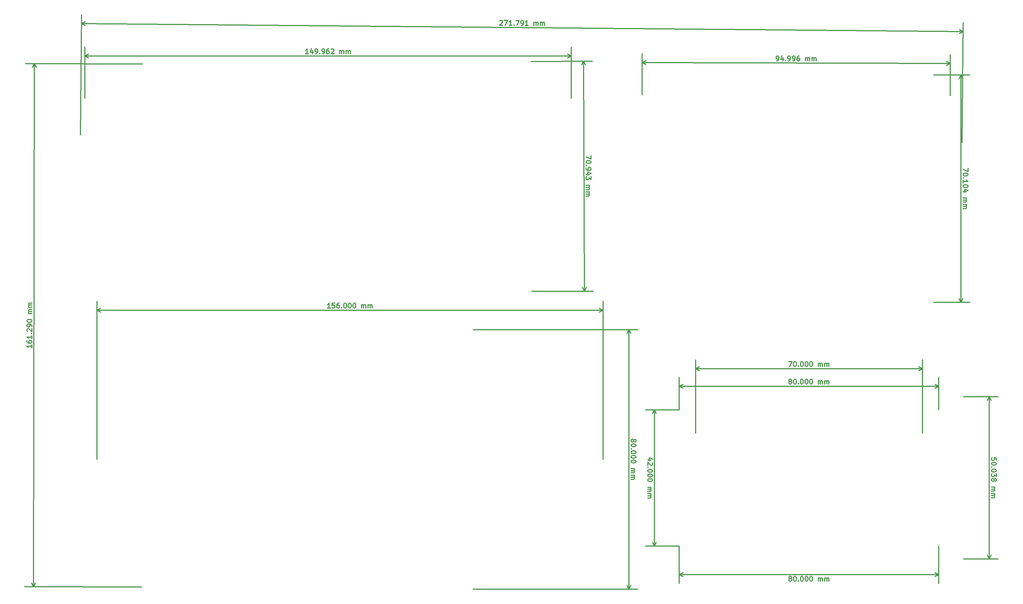
<source format=gbr>
G04 #@! TF.FileFunction,Drawing*
%FSLAX46Y46*%
G04 Gerber Fmt 4.6, Leading zero omitted, Abs format (unit mm)*
G04 Created by KiCad (PCBNEW 4.0.6) date 2017 August 07, Monday 22:44:53*
%MOMM*%
%LPD*%
G01*
G04 APERTURE LIST*
%ADD10C,0.100000*%
%ADD11C,0.300000*%
G04 APERTURE END LIST*
D10*
D11*
X1474493Y-106093956D02*
X1473143Y-106951098D01*
X1473818Y-106522527D02*
X-26180Y-106520164D01*
X187881Y-106663359D01*
X330512Y-106806441D01*
X401716Y-106949411D01*
X-23481Y-104805881D02*
X-23930Y-105091595D01*
X47273Y-105234564D01*
X118590Y-105306106D01*
X332650Y-105449300D01*
X618252Y-105521179D01*
X1189679Y-105522079D01*
X1332648Y-105450875D01*
X1404190Y-105379559D01*
X1475843Y-105236814D01*
X1476293Y-104951101D01*
X1405090Y-104808131D01*
X1333773Y-104736590D01*
X1191029Y-104664937D01*
X833886Y-104664374D01*
X690917Y-104735577D01*
X619377Y-104806894D01*
X547723Y-104949638D01*
X547273Y-105235352D01*
X618477Y-105378322D01*
X689792Y-105449863D01*
X832537Y-105521516D01*
X1478992Y-103236818D02*
X1477642Y-104093960D01*
X1478317Y-103665388D02*
X-21681Y-103663026D01*
X192380Y-103806220D01*
X335012Y-103949303D01*
X406216Y-104092272D01*
X1337148Y-102593736D02*
X1408689Y-102522421D01*
X1480005Y-102593961D01*
X1408464Y-102665278D01*
X1337148Y-102593736D01*
X1480005Y-102593961D01*
X123877Y-101948968D02*
X52560Y-101877427D01*
X-18644Y-101734457D01*
X-18081Y-101377315D01*
X53573Y-101234570D01*
X125114Y-101163254D01*
X268083Y-101092051D01*
X410940Y-101092276D01*
X625113Y-101164041D01*
X1480905Y-102022533D01*
X1482367Y-101093963D01*
X1483492Y-100379679D02*
X1483942Y-100093965D01*
X1412739Y-99950995D01*
X1341422Y-99879455D01*
X1127363Y-99736260D01*
X841760Y-99664382D01*
X270333Y-99663482D01*
X127364Y-99734685D01*
X55822Y-99806001D01*
X-15831Y-99948746D01*
X-16281Y-100234459D01*
X54923Y-100377429D01*
X126239Y-100448970D01*
X268983Y-100520624D01*
X626126Y-100521186D01*
X769095Y-100449982D01*
X840636Y-100378667D01*
X912289Y-100235921D01*
X912739Y-99950208D01*
X841535Y-99807239D01*
X770220Y-99735697D01*
X627476Y-99664044D01*
X-13919Y-98734462D02*
X-13694Y-98591605D01*
X57960Y-98448861D01*
X129501Y-98377544D01*
X272470Y-98306340D01*
X558296Y-98235363D01*
X915439Y-98235925D01*
X1201040Y-98307803D01*
X1343785Y-98379457D01*
X1415101Y-98450998D01*
X1486304Y-98593967D01*
X1486079Y-98736824D01*
X1414426Y-98879569D01*
X1342885Y-98950885D01*
X1199915Y-99022088D01*
X914089Y-99093067D01*
X556947Y-99092504D01*
X271345Y-99020626D01*
X128601Y-98948973D01*
X57285Y-98877431D01*
X-13919Y-98734462D01*
X1489678Y-96451113D02*
X489680Y-96449538D01*
X632538Y-96449763D02*
X561221Y-96378223D01*
X490017Y-96235253D01*
X490355Y-96020968D01*
X562008Y-95878223D01*
X704978Y-95807019D01*
X1490691Y-95808257D01*
X704978Y-95807019D02*
X562233Y-95735366D01*
X491030Y-95592396D01*
X491367Y-95378112D01*
X563021Y-95235366D01*
X705990Y-95164163D01*
X1491703Y-95165401D01*
X1492828Y-94451116D02*
X492829Y-94449541D01*
X635687Y-94449766D02*
X564371Y-94378225D01*
X493167Y-94235255D01*
X493504Y-94020970D01*
X565158Y-93878226D01*
X708127Y-93807022D01*
X1493840Y-93808259D01*
X708127Y-93807022D02*
X565383Y-93735368D01*
X494179Y-93592399D01*
X494517Y-93378114D01*
X566170Y-93235369D01*
X709140Y-93164166D01*
X1494853Y-93165403D01*
X2282483Y-19378594D02*
X2028483Y-180668594D01*
X35560000Y-19431000D02*
X-417514Y-19374342D01*
X35306000Y-180721000D02*
X-671514Y-180664342D01*
X2028483Y-180668594D02*
X1443837Y-179541168D01*
X2028483Y-180668594D02*
X2616677Y-179543015D01*
X2282483Y-19378594D02*
X1694289Y-20504173D01*
X2282483Y-19378594D02*
X2867129Y-20506020D01*
X145793793Y-6142534D02*
X145865853Y-6071742D01*
X146009338Y-6001584D01*
X146366467Y-6004755D01*
X146508685Y-6077449D01*
X146579477Y-6149510D01*
X146649633Y-6292995D01*
X146648365Y-6435846D01*
X146575037Y-6649490D01*
X145710318Y-7498988D01*
X146638853Y-7507232D01*
X147152150Y-6011730D02*
X148152111Y-6020609D01*
X147495962Y-7514842D01*
X149495882Y-7532598D02*
X148638773Y-7524988D01*
X149067328Y-7528793D02*
X149080645Y-6028853D01*
X148935892Y-6241862D01*
X148791771Y-6383445D01*
X148648285Y-6453603D01*
X150139982Y-7395454D02*
X150210773Y-7467515D01*
X150138714Y-7538306D01*
X150067922Y-7466246D01*
X150139982Y-7395454D01*
X150138714Y-7538306D01*
X150723438Y-6043438D02*
X151723398Y-6052316D01*
X151067249Y-7546550D01*
X152352912Y-7557964D02*
X152638615Y-7560501D01*
X152782101Y-7490344D01*
X152854160Y-7419552D01*
X152998915Y-7206544D01*
X153072877Y-6921474D01*
X153077950Y-6350069D01*
X153007793Y-6206583D01*
X152937001Y-6134523D01*
X152794784Y-6061829D01*
X152509081Y-6059292D01*
X152365595Y-6129450D01*
X152293535Y-6200242D01*
X152220841Y-6342459D01*
X152217670Y-6699588D01*
X152287828Y-6843073D01*
X152358619Y-6915133D01*
X152500837Y-6987827D01*
X152786540Y-6990364D01*
X152930025Y-6920206D01*
X153002086Y-6849415D01*
X153074779Y-6707198D01*
X154495684Y-7576989D02*
X153638575Y-7569379D01*
X154067130Y-7573184D02*
X154080447Y-6073243D01*
X153935693Y-6286253D01*
X153791573Y-6427836D01*
X153648087Y-6497993D01*
X156281328Y-7592843D02*
X156290206Y-6592882D01*
X156288938Y-6735735D02*
X156360997Y-6664943D01*
X156504483Y-6594785D01*
X156718760Y-6596687D01*
X156860977Y-6669382D01*
X156931135Y-6812867D01*
X156924159Y-7598550D01*
X156931135Y-6812867D02*
X157003830Y-6670650D01*
X157147315Y-6600492D01*
X157361592Y-6602395D01*
X157503810Y-6675089D01*
X157573967Y-6818575D01*
X157566991Y-7604258D01*
X158281249Y-7610599D02*
X158290127Y-6610639D01*
X158288859Y-6753491D02*
X158360918Y-6682699D01*
X158504405Y-6612541D01*
X158718681Y-6614444D01*
X158860898Y-6687138D01*
X158931056Y-6830624D01*
X158924081Y-7616307D01*
X158931056Y-6830624D02*
X159003751Y-6688406D01*
X159147236Y-6618249D01*
X159361513Y-6620151D01*
X159503731Y-6692845D01*
X159573888Y-6836331D01*
X159566912Y-7622014D01*
X16814080Y-7026038D02*
X288594080Y-9439038D01*
X16510000Y-41275000D02*
X16838051Y-4326144D01*
X288290000Y-43688000D02*
X288618051Y-6739144D01*
X288594080Y-9439038D02*
X287462414Y-10015434D01*
X288594080Y-9439038D02*
X287472827Y-8842639D01*
X16814080Y-7026038D02*
X17935333Y-7622437D01*
X16814080Y-7026038D02*
X17945746Y-6449642D01*
X173832487Y-47763577D02*
X173836067Y-48763571D01*
X172333775Y-48126089D01*
X173839136Y-49620707D02*
X173839647Y-49763563D01*
X173768730Y-49906675D01*
X173697557Y-49978360D01*
X173554957Y-50050300D01*
X173269501Y-50122750D01*
X172912360Y-50124029D01*
X172626392Y-50053624D01*
X172483280Y-49982707D01*
X172411596Y-49911534D01*
X172339657Y-49768934D01*
X172339145Y-49626078D01*
X172410062Y-49482966D01*
X172481234Y-49411282D01*
X172623835Y-49339343D01*
X172909291Y-49266891D01*
X173266432Y-49265613D01*
X173552400Y-49336018D01*
X173695512Y-49406934D01*
X173767196Y-49478107D01*
X173839136Y-49620707D01*
X172486093Y-50768416D02*
X172414921Y-50840099D01*
X172343237Y-50768928D01*
X172414409Y-50697243D01*
X172486093Y-50768416D01*
X172343237Y-50768928D01*
X172346050Y-51554637D02*
X172347073Y-51840350D01*
X172419012Y-51982950D01*
X172490697Y-52054122D01*
X172705492Y-52196212D01*
X172991461Y-52266616D01*
X173562885Y-52264570D01*
X173705485Y-52192631D01*
X173776658Y-52120947D01*
X173847575Y-51977835D01*
X173846552Y-51692123D01*
X173774612Y-51549522D01*
X173702928Y-51478350D01*
X173559816Y-51407433D01*
X173202675Y-51408712D01*
X173060075Y-51480652D01*
X172988903Y-51552335D01*
X172917986Y-51695448D01*
X172919009Y-51981160D01*
X172990949Y-52123760D01*
X173062633Y-52194933D01*
X173205744Y-52265849D01*
X173353205Y-53551043D02*
X172353211Y-53554624D01*
X173923350Y-53191857D02*
X172850651Y-52838552D01*
X172853975Y-53767118D01*
X173855503Y-54192106D02*
X173858828Y-55120671D01*
X173285612Y-54622720D01*
X173286380Y-54837005D01*
X173215462Y-54980117D01*
X173144291Y-55051801D01*
X173001690Y-55123740D01*
X172644550Y-55125019D01*
X172501438Y-55054103D01*
X172429754Y-54982930D01*
X172357814Y-54840329D01*
X172356280Y-54411760D01*
X172427196Y-54268648D01*
X172498369Y-54196965D01*
X172365231Y-56911744D02*
X173365225Y-56908164D01*
X173222367Y-56908675D02*
X173294052Y-56979847D01*
X173365992Y-57122448D01*
X173366759Y-57336732D01*
X173295842Y-57479844D01*
X173153242Y-57551784D01*
X172367533Y-57554597D01*
X173153242Y-57551784D02*
X173296353Y-57622701D01*
X173368293Y-57765301D01*
X173369061Y-57979585D01*
X173298144Y-58122698D01*
X173155543Y-58194637D01*
X172369834Y-58197450D01*
X172372392Y-58911731D02*
X173372385Y-58908151D01*
X173229528Y-58908663D02*
X173301212Y-58979834D01*
X173373152Y-59122436D01*
X173373920Y-59336719D01*
X173303003Y-59479831D01*
X173160402Y-59551771D01*
X172374693Y-59554584D01*
X173160402Y-59551771D02*
X173303514Y-59622688D01*
X173375454Y-59765289D01*
X173376221Y-59979572D01*
X173305304Y-60122685D01*
X173162704Y-60194624D01*
X172376995Y-60197437D01*
X171556577Y-18585925D02*
X171810577Y-89528125D01*
X155448000Y-18643600D02*
X174256560Y-18576258D01*
X155702000Y-89585800D02*
X174510560Y-89518458D01*
X171810577Y-89528125D02*
X171220127Y-88403728D01*
X171810577Y-89528125D02*
X172392961Y-88399529D01*
X171556577Y-18585925D02*
X170974193Y-19714521D01*
X171556577Y-18585925D02*
X172147027Y-19710322D01*
X86740173Y-16295772D02*
X85883030Y-16295772D01*
X86311602Y-16295772D02*
X86311602Y-14795772D01*
X86168745Y-15010058D01*
X86025887Y-15152915D01*
X85883030Y-15224344D01*
X88025887Y-15295772D02*
X88025887Y-16295772D01*
X87668744Y-14724344D02*
X87311601Y-15795772D01*
X88240173Y-15795772D01*
X88883029Y-16295772D02*
X89168744Y-16295772D01*
X89311601Y-16224344D01*
X89383029Y-16152915D01*
X89525887Y-15938630D01*
X89597315Y-15652915D01*
X89597315Y-15081487D01*
X89525887Y-14938630D01*
X89454458Y-14867201D01*
X89311601Y-14795772D01*
X89025887Y-14795772D01*
X88883029Y-14867201D01*
X88811601Y-14938630D01*
X88740172Y-15081487D01*
X88740172Y-15438630D01*
X88811601Y-15581487D01*
X88883029Y-15652915D01*
X89025887Y-15724344D01*
X89311601Y-15724344D01*
X89454458Y-15652915D01*
X89525887Y-15581487D01*
X89597315Y-15438630D01*
X90240172Y-16152915D02*
X90311600Y-16224344D01*
X90240172Y-16295772D01*
X90168743Y-16224344D01*
X90240172Y-16152915D01*
X90240172Y-16295772D01*
X91025886Y-16295772D02*
X91311601Y-16295772D01*
X91454458Y-16224344D01*
X91525886Y-16152915D01*
X91668744Y-15938630D01*
X91740172Y-15652915D01*
X91740172Y-15081487D01*
X91668744Y-14938630D01*
X91597315Y-14867201D01*
X91454458Y-14795772D01*
X91168744Y-14795772D01*
X91025886Y-14867201D01*
X90954458Y-14938630D01*
X90883029Y-15081487D01*
X90883029Y-15438630D01*
X90954458Y-15581487D01*
X91025886Y-15652915D01*
X91168744Y-15724344D01*
X91454458Y-15724344D01*
X91597315Y-15652915D01*
X91668744Y-15581487D01*
X91740172Y-15438630D01*
X93025886Y-14795772D02*
X92740172Y-14795772D01*
X92597315Y-14867201D01*
X92525886Y-14938630D01*
X92383029Y-15152915D01*
X92311600Y-15438630D01*
X92311600Y-16010058D01*
X92383029Y-16152915D01*
X92454457Y-16224344D01*
X92597315Y-16295772D01*
X92883029Y-16295772D01*
X93025886Y-16224344D01*
X93097315Y-16152915D01*
X93168743Y-16010058D01*
X93168743Y-15652915D01*
X93097315Y-15510058D01*
X93025886Y-15438630D01*
X92883029Y-15367201D01*
X92597315Y-15367201D01*
X92454457Y-15438630D01*
X92383029Y-15510058D01*
X92311600Y-15652915D01*
X93740171Y-14938630D02*
X93811600Y-14867201D01*
X93954457Y-14795772D01*
X94311600Y-14795772D01*
X94454457Y-14867201D01*
X94525886Y-14938630D01*
X94597314Y-15081487D01*
X94597314Y-15224344D01*
X94525886Y-15438630D01*
X93668743Y-16295772D01*
X94597314Y-16295772D01*
X96383028Y-16295772D02*
X96383028Y-15295772D01*
X96383028Y-15438630D02*
X96454456Y-15367201D01*
X96597314Y-15295772D01*
X96811599Y-15295772D01*
X96954456Y-15367201D01*
X97025885Y-15510058D01*
X97025885Y-16295772D01*
X97025885Y-15510058D02*
X97097314Y-15367201D01*
X97240171Y-15295772D01*
X97454456Y-15295772D01*
X97597314Y-15367201D01*
X97668742Y-15510058D01*
X97668742Y-16295772D01*
X98383028Y-16295772D02*
X98383028Y-15295772D01*
X98383028Y-15438630D02*
X98454456Y-15367201D01*
X98597314Y-15295772D01*
X98811599Y-15295772D01*
X98954456Y-15367201D01*
X99025885Y-15510058D01*
X99025885Y-16295772D01*
X99025885Y-15510058D02*
X99097314Y-15367201D01*
X99240171Y-15295772D01*
X99454456Y-15295772D01*
X99597314Y-15367201D01*
X99668742Y-15510058D01*
X99668742Y-16295772D01*
X167792400Y-16967201D02*
X17830800Y-16967201D01*
X167792400Y-29997400D02*
X167792400Y-14267201D01*
X17830800Y-29997400D02*
X17830800Y-14267201D01*
X17830800Y-16967201D02*
X18957304Y-16380780D01*
X17830800Y-16967201D02*
X18957304Y-17553622D01*
X167792400Y-16967201D02*
X166665896Y-16380780D01*
X167792400Y-16967201D02*
X166665896Y-17553622D01*
X93490573Y-94730571D02*
X92633430Y-94730571D01*
X93062002Y-94730571D02*
X93062002Y-93230571D01*
X92919145Y-93444857D01*
X92776287Y-93587714D01*
X92633430Y-93659143D01*
X94847716Y-93230571D02*
X94133430Y-93230571D01*
X94062001Y-93944857D01*
X94133430Y-93873429D01*
X94276287Y-93802000D01*
X94633430Y-93802000D01*
X94776287Y-93873429D01*
X94847716Y-93944857D01*
X94919144Y-94087714D01*
X94919144Y-94444857D01*
X94847716Y-94587714D01*
X94776287Y-94659143D01*
X94633430Y-94730571D01*
X94276287Y-94730571D01*
X94133430Y-94659143D01*
X94062001Y-94587714D01*
X96204858Y-93230571D02*
X95919144Y-93230571D01*
X95776287Y-93302000D01*
X95704858Y-93373429D01*
X95562001Y-93587714D01*
X95490572Y-93873429D01*
X95490572Y-94444857D01*
X95562001Y-94587714D01*
X95633429Y-94659143D01*
X95776287Y-94730571D01*
X96062001Y-94730571D01*
X96204858Y-94659143D01*
X96276287Y-94587714D01*
X96347715Y-94444857D01*
X96347715Y-94087714D01*
X96276287Y-93944857D01*
X96204858Y-93873429D01*
X96062001Y-93802000D01*
X95776287Y-93802000D01*
X95633429Y-93873429D01*
X95562001Y-93944857D01*
X95490572Y-94087714D01*
X96990572Y-94587714D02*
X97062000Y-94659143D01*
X96990572Y-94730571D01*
X96919143Y-94659143D01*
X96990572Y-94587714D01*
X96990572Y-94730571D01*
X97990572Y-93230571D02*
X98133429Y-93230571D01*
X98276286Y-93302000D01*
X98347715Y-93373429D01*
X98419144Y-93516286D01*
X98490572Y-93802000D01*
X98490572Y-94159143D01*
X98419144Y-94444857D01*
X98347715Y-94587714D01*
X98276286Y-94659143D01*
X98133429Y-94730571D01*
X97990572Y-94730571D01*
X97847715Y-94659143D01*
X97776286Y-94587714D01*
X97704858Y-94444857D01*
X97633429Y-94159143D01*
X97633429Y-93802000D01*
X97704858Y-93516286D01*
X97776286Y-93373429D01*
X97847715Y-93302000D01*
X97990572Y-93230571D01*
X99419143Y-93230571D02*
X99562000Y-93230571D01*
X99704857Y-93302000D01*
X99776286Y-93373429D01*
X99847715Y-93516286D01*
X99919143Y-93802000D01*
X99919143Y-94159143D01*
X99847715Y-94444857D01*
X99776286Y-94587714D01*
X99704857Y-94659143D01*
X99562000Y-94730571D01*
X99419143Y-94730571D01*
X99276286Y-94659143D01*
X99204857Y-94587714D01*
X99133429Y-94444857D01*
X99062000Y-94159143D01*
X99062000Y-93802000D01*
X99133429Y-93516286D01*
X99204857Y-93373429D01*
X99276286Y-93302000D01*
X99419143Y-93230571D01*
X100847714Y-93230571D02*
X100990571Y-93230571D01*
X101133428Y-93302000D01*
X101204857Y-93373429D01*
X101276286Y-93516286D01*
X101347714Y-93802000D01*
X101347714Y-94159143D01*
X101276286Y-94444857D01*
X101204857Y-94587714D01*
X101133428Y-94659143D01*
X100990571Y-94730571D01*
X100847714Y-94730571D01*
X100704857Y-94659143D01*
X100633428Y-94587714D01*
X100562000Y-94444857D01*
X100490571Y-94159143D01*
X100490571Y-93802000D01*
X100562000Y-93516286D01*
X100633428Y-93373429D01*
X100704857Y-93302000D01*
X100847714Y-93230571D01*
X103133428Y-94730571D02*
X103133428Y-93730571D01*
X103133428Y-93873429D02*
X103204856Y-93802000D01*
X103347714Y-93730571D01*
X103561999Y-93730571D01*
X103704856Y-93802000D01*
X103776285Y-93944857D01*
X103776285Y-94730571D01*
X103776285Y-93944857D02*
X103847714Y-93802000D01*
X103990571Y-93730571D01*
X104204856Y-93730571D01*
X104347714Y-93802000D01*
X104419142Y-93944857D01*
X104419142Y-94730571D01*
X105133428Y-94730571D02*
X105133428Y-93730571D01*
X105133428Y-93873429D02*
X105204856Y-93802000D01*
X105347714Y-93730571D01*
X105561999Y-93730571D01*
X105704856Y-93802000D01*
X105776285Y-93944857D01*
X105776285Y-94730571D01*
X105776285Y-93944857D02*
X105847714Y-93802000D01*
X105990571Y-93730571D01*
X106204856Y-93730571D01*
X106347714Y-93802000D01*
X106419142Y-93944857D01*
X106419142Y-94730571D01*
X177562000Y-95402000D02*
X21562000Y-95402000D01*
X177562000Y-141402000D02*
X177562000Y-92702000D01*
X21562000Y-141402000D02*
X21562000Y-92702000D01*
X21562000Y-95402000D02*
X22688504Y-94815579D01*
X21562000Y-95402000D02*
X22688504Y-95988421D01*
X177562000Y-95402000D02*
X176435496Y-94815579D01*
X177562000Y-95402000D02*
X176435496Y-95988421D01*
X187090571Y-135473430D02*
X187162000Y-135330572D01*
X187233429Y-135259144D01*
X187376286Y-135187715D01*
X187447714Y-135187715D01*
X187590571Y-135259144D01*
X187662000Y-135330572D01*
X187733429Y-135473430D01*
X187733429Y-135759144D01*
X187662000Y-135902001D01*
X187590571Y-135973430D01*
X187447714Y-136044858D01*
X187376286Y-136044858D01*
X187233429Y-135973430D01*
X187162000Y-135902001D01*
X187090571Y-135759144D01*
X187090571Y-135473430D01*
X187019143Y-135330572D01*
X186947714Y-135259144D01*
X186804857Y-135187715D01*
X186519143Y-135187715D01*
X186376286Y-135259144D01*
X186304857Y-135330572D01*
X186233429Y-135473430D01*
X186233429Y-135759144D01*
X186304857Y-135902001D01*
X186376286Y-135973430D01*
X186519143Y-136044858D01*
X186804857Y-136044858D01*
X186947714Y-135973430D01*
X187019143Y-135902001D01*
X187090571Y-135759144D01*
X187733429Y-136973429D02*
X187733429Y-137116286D01*
X187662000Y-137259143D01*
X187590571Y-137330572D01*
X187447714Y-137402001D01*
X187162000Y-137473429D01*
X186804857Y-137473429D01*
X186519143Y-137402001D01*
X186376286Y-137330572D01*
X186304857Y-137259143D01*
X186233429Y-137116286D01*
X186233429Y-136973429D01*
X186304857Y-136830572D01*
X186376286Y-136759143D01*
X186519143Y-136687715D01*
X186804857Y-136616286D01*
X187162000Y-136616286D01*
X187447714Y-136687715D01*
X187590571Y-136759143D01*
X187662000Y-136830572D01*
X187733429Y-136973429D01*
X186376286Y-138116286D02*
X186304857Y-138187714D01*
X186233429Y-138116286D01*
X186304857Y-138044857D01*
X186376286Y-138116286D01*
X186233429Y-138116286D01*
X187733429Y-139116286D02*
X187733429Y-139259143D01*
X187662000Y-139402000D01*
X187590571Y-139473429D01*
X187447714Y-139544858D01*
X187162000Y-139616286D01*
X186804857Y-139616286D01*
X186519143Y-139544858D01*
X186376286Y-139473429D01*
X186304857Y-139402000D01*
X186233429Y-139259143D01*
X186233429Y-139116286D01*
X186304857Y-138973429D01*
X186376286Y-138902000D01*
X186519143Y-138830572D01*
X186804857Y-138759143D01*
X187162000Y-138759143D01*
X187447714Y-138830572D01*
X187590571Y-138902000D01*
X187662000Y-138973429D01*
X187733429Y-139116286D01*
X187733429Y-140544857D02*
X187733429Y-140687714D01*
X187662000Y-140830571D01*
X187590571Y-140902000D01*
X187447714Y-140973429D01*
X187162000Y-141044857D01*
X186804857Y-141044857D01*
X186519143Y-140973429D01*
X186376286Y-140902000D01*
X186304857Y-140830571D01*
X186233429Y-140687714D01*
X186233429Y-140544857D01*
X186304857Y-140402000D01*
X186376286Y-140330571D01*
X186519143Y-140259143D01*
X186804857Y-140187714D01*
X187162000Y-140187714D01*
X187447714Y-140259143D01*
X187590571Y-140330571D01*
X187662000Y-140402000D01*
X187733429Y-140544857D01*
X187733429Y-141973428D02*
X187733429Y-142116285D01*
X187662000Y-142259142D01*
X187590571Y-142330571D01*
X187447714Y-142402000D01*
X187162000Y-142473428D01*
X186804857Y-142473428D01*
X186519143Y-142402000D01*
X186376286Y-142330571D01*
X186304857Y-142259142D01*
X186233429Y-142116285D01*
X186233429Y-141973428D01*
X186304857Y-141830571D01*
X186376286Y-141759142D01*
X186519143Y-141687714D01*
X186804857Y-141616285D01*
X187162000Y-141616285D01*
X187447714Y-141687714D01*
X187590571Y-141759142D01*
X187662000Y-141830571D01*
X187733429Y-141973428D01*
X186233429Y-144259142D02*
X187233429Y-144259142D01*
X187090571Y-144259142D02*
X187162000Y-144330570D01*
X187233429Y-144473428D01*
X187233429Y-144687713D01*
X187162000Y-144830570D01*
X187019143Y-144901999D01*
X186233429Y-144901999D01*
X187019143Y-144901999D02*
X187162000Y-144973428D01*
X187233429Y-145116285D01*
X187233429Y-145330570D01*
X187162000Y-145473428D01*
X187019143Y-145544856D01*
X186233429Y-145544856D01*
X186233429Y-146259142D02*
X187233429Y-146259142D01*
X187090571Y-146259142D02*
X187162000Y-146330570D01*
X187233429Y-146473428D01*
X187233429Y-146687713D01*
X187162000Y-146830570D01*
X187019143Y-146901999D01*
X186233429Y-146901999D01*
X187019143Y-146901999D02*
X187162000Y-146973428D01*
X187233429Y-147116285D01*
X187233429Y-147330570D01*
X187162000Y-147473428D01*
X187019143Y-147544856D01*
X186233429Y-147544856D01*
X185562000Y-101402000D02*
X185562000Y-181402000D01*
X137562000Y-101402000D02*
X188262000Y-101402000D01*
X137562000Y-181402000D02*
X188262000Y-181402000D01*
X185562000Y-181402000D02*
X184975579Y-180275496D01*
X185562000Y-181402000D02*
X186148421Y-180275496D01*
X185562000Y-101402000D02*
X184975579Y-102528504D01*
X185562000Y-101402000D02*
X186148421Y-102528504D01*
X234806287Y-111257571D02*
X235806287Y-111257571D01*
X235163430Y-112757571D01*
X236663429Y-111257571D02*
X236806286Y-111257571D01*
X236949143Y-111329000D01*
X237020572Y-111400429D01*
X237092001Y-111543286D01*
X237163429Y-111829000D01*
X237163429Y-112186143D01*
X237092001Y-112471857D01*
X237020572Y-112614714D01*
X236949143Y-112686143D01*
X236806286Y-112757571D01*
X236663429Y-112757571D01*
X236520572Y-112686143D01*
X236449143Y-112614714D01*
X236377715Y-112471857D01*
X236306286Y-112186143D01*
X236306286Y-111829000D01*
X236377715Y-111543286D01*
X236449143Y-111400429D01*
X236520572Y-111329000D01*
X236663429Y-111257571D01*
X237806286Y-112614714D02*
X237877714Y-112686143D01*
X237806286Y-112757571D01*
X237734857Y-112686143D01*
X237806286Y-112614714D01*
X237806286Y-112757571D01*
X238806286Y-111257571D02*
X238949143Y-111257571D01*
X239092000Y-111329000D01*
X239163429Y-111400429D01*
X239234858Y-111543286D01*
X239306286Y-111829000D01*
X239306286Y-112186143D01*
X239234858Y-112471857D01*
X239163429Y-112614714D01*
X239092000Y-112686143D01*
X238949143Y-112757571D01*
X238806286Y-112757571D01*
X238663429Y-112686143D01*
X238592000Y-112614714D01*
X238520572Y-112471857D01*
X238449143Y-112186143D01*
X238449143Y-111829000D01*
X238520572Y-111543286D01*
X238592000Y-111400429D01*
X238663429Y-111329000D01*
X238806286Y-111257571D01*
X240234857Y-111257571D02*
X240377714Y-111257571D01*
X240520571Y-111329000D01*
X240592000Y-111400429D01*
X240663429Y-111543286D01*
X240734857Y-111829000D01*
X240734857Y-112186143D01*
X240663429Y-112471857D01*
X240592000Y-112614714D01*
X240520571Y-112686143D01*
X240377714Y-112757571D01*
X240234857Y-112757571D01*
X240092000Y-112686143D01*
X240020571Y-112614714D01*
X239949143Y-112471857D01*
X239877714Y-112186143D01*
X239877714Y-111829000D01*
X239949143Y-111543286D01*
X240020571Y-111400429D01*
X240092000Y-111329000D01*
X240234857Y-111257571D01*
X241663428Y-111257571D02*
X241806285Y-111257571D01*
X241949142Y-111329000D01*
X242020571Y-111400429D01*
X242092000Y-111543286D01*
X242163428Y-111829000D01*
X242163428Y-112186143D01*
X242092000Y-112471857D01*
X242020571Y-112614714D01*
X241949142Y-112686143D01*
X241806285Y-112757571D01*
X241663428Y-112757571D01*
X241520571Y-112686143D01*
X241449142Y-112614714D01*
X241377714Y-112471857D01*
X241306285Y-112186143D01*
X241306285Y-111829000D01*
X241377714Y-111543286D01*
X241449142Y-111400429D01*
X241520571Y-111329000D01*
X241663428Y-111257571D01*
X243949142Y-112757571D02*
X243949142Y-111757571D01*
X243949142Y-111900429D02*
X244020570Y-111829000D01*
X244163428Y-111757571D01*
X244377713Y-111757571D01*
X244520570Y-111829000D01*
X244591999Y-111971857D01*
X244591999Y-112757571D01*
X244591999Y-111971857D02*
X244663428Y-111829000D01*
X244806285Y-111757571D01*
X245020570Y-111757571D01*
X245163428Y-111829000D01*
X245234856Y-111971857D01*
X245234856Y-112757571D01*
X245949142Y-112757571D02*
X245949142Y-111757571D01*
X245949142Y-111900429D02*
X246020570Y-111829000D01*
X246163428Y-111757571D01*
X246377713Y-111757571D01*
X246520570Y-111829000D01*
X246591999Y-111971857D01*
X246591999Y-112757571D01*
X246591999Y-111971857D02*
X246663428Y-111829000D01*
X246806285Y-111757571D01*
X247020570Y-111757571D01*
X247163428Y-111829000D01*
X247234856Y-111971857D01*
X247234856Y-112757571D01*
X276092000Y-113429000D02*
X206092000Y-113429000D01*
X276092000Y-133229000D02*
X276092000Y-110729000D01*
X206092000Y-133229000D02*
X206092000Y-110729000D01*
X206092000Y-113429000D02*
X207218504Y-112842579D01*
X206092000Y-113429000D02*
X207218504Y-114015421D01*
X276092000Y-113429000D02*
X274965496Y-112842579D01*
X276092000Y-113429000D02*
X274965496Y-114015421D01*
X235163430Y-178100429D02*
X235020572Y-178029000D01*
X234949144Y-177957571D01*
X234877715Y-177814714D01*
X234877715Y-177743286D01*
X234949144Y-177600429D01*
X235020572Y-177529000D01*
X235163430Y-177457571D01*
X235449144Y-177457571D01*
X235592001Y-177529000D01*
X235663430Y-177600429D01*
X235734858Y-177743286D01*
X235734858Y-177814714D01*
X235663430Y-177957571D01*
X235592001Y-178029000D01*
X235449144Y-178100429D01*
X235163430Y-178100429D01*
X235020572Y-178171857D01*
X234949144Y-178243286D01*
X234877715Y-178386143D01*
X234877715Y-178671857D01*
X234949144Y-178814714D01*
X235020572Y-178886143D01*
X235163430Y-178957571D01*
X235449144Y-178957571D01*
X235592001Y-178886143D01*
X235663430Y-178814714D01*
X235734858Y-178671857D01*
X235734858Y-178386143D01*
X235663430Y-178243286D01*
X235592001Y-178171857D01*
X235449144Y-178100429D01*
X236663429Y-177457571D02*
X236806286Y-177457571D01*
X236949143Y-177529000D01*
X237020572Y-177600429D01*
X237092001Y-177743286D01*
X237163429Y-178029000D01*
X237163429Y-178386143D01*
X237092001Y-178671857D01*
X237020572Y-178814714D01*
X236949143Y-178886143D01*
X236806286Y-178957571D01*
X236663429Y-178957571D01*
X236520572Y-178886143D01*
X236449143Y-178814714D01*
X236377715Y-178671857D01*
X236306286Y-178386143D01*
X236306286Y-178029000D01*
X236377715Y-177743286D01*
X236449143Y-177600429D01*
X236520572Y-177529000D01*
X236663429Y-177457571D01*
X237806286Y-178814714D02*
X237877714Y-178886143D01*
X237806286Y-178957571D01*
X237734857Y-178886143D01*
X237806286Y-178814714D01*
X237806286Y-178957571D01*
X238806286Y-177457571D02*
X238949143Y-177457571D01*
X239092000Y-177529000D01*
X239163429Y-177600429D01*
X239234858Y-177743286D01*
X239306286Y-178029000D01*
X239306286Y-178386143D01*
X239234858Y-178671857D01*
X239163429Y-178814714D01*
X239092000Y-178886143D01*
X238949143Y-178957571D01*
X238806286Y-178957571D01*
X238663429Y-178886143D01*
X238592000Y-178814714D01*
X238520572Y-178671857D01*
X238449143Y-178386143D01*
X238449143Y-178029000D01*
X238520572Y-177743286D01*
X238592000Y-177600429D01*
X238663429Y-177529000D01*
X238806286Y-177457571D01*
X240234857Y-177457571D02*
X240377714Y-177457571D01*
X240520571Y-177529000D01*
X240592000Y-177600429D01*
X240663429Y-177743286D01*
X240734857Y-178029000D01*
X240734857Y-178386143D01*
X240663429Y-178671857D01*
X240592000Y-178814714D01*
X240520571Y-178886143D01*
X240377714Y-178957571D01*
X240234857Y-178957571D01*
X240092000Y-178886143D01*
X240020571Y-178814714D01*
X239949143Y-178671857D01*
X239877714Y-178386143D01*
X239877714Y-178029000D01*
X239949143Y-177743286D01*
X240020571Y-177600429D01*
X240092000Y-177529000D01*
X240234857Y-177457571D01*
X241663428Y-177457571D02*
X241806285Y-177457571D01*
X241949142Y-177529000D01*
X242020571Y-177600429D01*
X242092000Y-177743286D01*
X242163428Y-178029000D01*
X242163428Y-178386143D01*
X242092000Y-178671857D01*
X242020571Y-178814714D01*
X241949142Y-178886143D01*
X241806285Y-178957571D01*
X241663428Y-178957571D01*
X241520571Y-178886143D01*
X241449142Y-178814714D01*
X241377714Y-178671857D01*
X241306285Y-178386143D01*
X241306285Y-178029000D01*
X241377714Y-177743286D01*
X241449142Y-177600429D01*
X241520571Y-177529000D01*
X241663428Y-177457571D01*
X243949142Y-178957571D02*
X243949142Y-177957571D01*
X243949142Y-178100429D02*
X244020570Y-178029000D01*
X244163428Y-177957571D01*
X244377713Y-177957571D01*
X244520570Y-178029000D01*
X244591999Y-178171857D01*
X244591999Y-178957571D01*
X244591999Y-178171857D02*
X244663428Y-178029000D01*
X244806285Y-177957571D01*
X245020570Y-177957571D01*
X245163428Y-178029000D01*
X245234856Y-178171857D01*
X245234856Y-178957571D01*
X245949142Y-178957571D02*
X245949142Y-177957571D01*
X245949142Y-178100429D02*
X246020570Y-178029000D01*
X246163428Y-177957571D01*
X246377713Y-177957571D01*
X246520570Y-178029000D01*
X246591999Y-178171857D01*
X246591999Y-178957571D01*
X246591999Y-178171857D02*
X246663428Y-178029000D01*
X246806285Y-177957571D01*
X247020570Y-177957571D01*
X247163428Y-178029000D01*
X247234856Y-178171857D01*
X247234856Y-178957571D01*
X201092000Y-176929000D02*
X281092000Y-176929000D01*
X201092000Y-168129000D02*
X201092000Y-179629000D01*
X281092000Y-168129000D02*
X281092000Y-179629000D01*
X281092000Y-176929000D02*
X279965496Y-177515421D01*
X281092000Y-176929000D02*
X279965496Y-176342579D01*
X201092000Y-176929000D02*
X202218504Y-177515421D01*
X201092000Y-176929000D02*
X202218504Y-176342579D01*
X235163430Y-117300429D02*
X235020572Y-117229000D01*
X234949144Y-117157571D01*
X234877715Y-117014714D01*
X234877715Y-116943286D01*
X234949144Y-116800429D01*
X235020572Y-116729000D01*
X235163430Y-116657571D01*
X235449144Y-116657571D01*
X235592001Y-116729000D01*
X235663430Y-116800429D01*
X235734858Y-116943286D01*
X235734858Y-117014714D01*
X235663430Y-117157571D01*
X235592001Y-117229000D01*
X235449144Y-117300429D01*
X235163430Y-117300429D01*
X235020572Y-117371857D01*
X234949144Y-117443286D01*
X234877715Y-117586143D01*
X234877715Y-117871857D01*
X234949144Y-118014714D01*
X235020572Y-118086143D01*
X235163430Y-118157571D01*
X235449144Y-118157571D01*
X235592001Y-118086143D01*
X235663430Y-118014714D01*
X235734858Y-117871857D01*
X235734858Y-117586143D01*
X235663430Y-117443286D01*
X235592001Y-117371857D01*
X235449144Y-117300429D01*
X236663429Y-116657571D02*
X236806286Y-116657571D01*
X236949143Y-116729000D01*
X237020572Y-116800429D01*
X237092001Y-116943286D01*
X237163429Y-117229000D01*
X237163429Y-117586143D01*
X237092001Y-117871857D01*
X237020572Y-118014714D01*
X236949143Y-118086143D01*
X236806286Y-118157571D01*
X236663429Y-118157571D01*
X236520572Y-118086143D01*
X236449143Y-118014714D01*
X236377715Y-117871857D01*
X236306286Y-117586143D01*
X236306286Y-117229000D01*
X236377715Y-116943286D01*
X236449143Y-116800429D01*
X236520572Y-116729000D01*
X236663429Y-116657571D01*
X237806286Y-118014714D02*
X237877714Y-118086143D01*
X237806286Y-118157571D01*
X237734857Y-118086143D01*
X237806286Y-118014714D01*
X237806286Y-118157571D01*
X238806286Y-116657571D02*
X238949143Y-116657571D01*
X239092000Y-116729000D01*
X239163429Y-116800429D01*
X239234858Y-116943286D01*
X239306286Y-117229000D01*
X239306286Y-117586143D01*
X239234858Y-117871857D01*
X239163429Y-118014714D01*
X239092000Y-118086143D01*
X238949143Y-118157571D01*
X238806286Y-118157571D01*
X238663429Y-118086143D01*
X238592000Y-118014714D01*
X238520572Y-117871857D01*
X238449143Y-117586143D01*
X238449143Y-117229000D01*
X238520572Y-116943286D01*
X238592000Y-116800429D01*
X238663429Y-116729000D01*
X238806286Y-116657571D01*
X240234857Y-116657571D02*
X240377714Y-116657571D01*
X240520571Y-116729000D01*
X240592000Y-116800429D01*
X240663429Y-116943286D01*
X240734857Y-117229000D01*
X240734857Y-117586143D01*
X240663429Y-117871857D01*
X240592000Y-118014714D01*
X240520571Y-118086143D01*
X240377714Y-118157571D01*
X240234857Y-118157571D01*
X240092000Y-118086143D01*
X240020571Y-118014714D01*
X239949143Y-117871857D01*
X239877714Y-117586143D01*
X239877714Y-117229000D01*
X239949143Y-116943286D01*
X240020571Y-116800429D01*
X240092000Y-116729000D01*
X240234857Y-116657571D01*
X241663428Y-116657571D02*
X241806285Y-116657571D01*
X241949142Y-116729000D01*
X242020571Y-116800429D01*
X242092000Y-116943286D01*
X242163428Y-117229000D01*
X242163428Y-117586143D01*
X242092000Y-117871857D01*
X242020571Y-118014714D01*
X241949142Y-118086143D01*
X241806285Y-118157571D01*
X241663428Y-118157571D01*
X241520571Y-118086143D01*
X241449142Y-118014714D01*
X241377714Y-117871857D01*
X241306285Y-117586143D01*
X241306285Y-117229000D01*
X241377714Y-116943286D01*
X241449142Y-116800429D01*
X241520571Y-116729000D01*
X241663428Y-116657571D01*
X243949142Y-118157571D02*
X243949142Y-117157571D01*
X243949142Y-117300429D02*
X244020570Y-117229000D01*
X244163428Y-117157571D01*
X244377713Y-117157571D01*
X244520570Y-117229000D01*
X244591999Y-117371857D01*
X244591999Y-118157571D01*
X244591999Y-117371857D02*
X244663428Y-117229000D01*
X244806285Y-117157571D01*
X245020570Y-117157571D01*
X245163428Y-117229000D01*
X245234856Y-117371857D01*
X245234856Y-118157571D01*
X245949142Y-118157571D02*
X245949142Y-117157571D01*
X245949142Y-117300429D02*
X246020570Y-117229000D01*
X246163428Y-117157571D01*
X246377713Y-117157571D01*
X246520570Y-117229000D01*
X246591999Y-117371857D01*
X246591999Y-118157571D01*
X246591999Y-117371857D02*
X246663428Y-117229000D01*
X246806285Y-117157571D01*
X247020570Y-117157571D01*
X247163428Y-117229000D01*
X247234856Y-117371857D01*
X247234856Y-118157571D01*
X201092000Y-118829000D02*
X281092000Y-118829000D01*
X201092000Y-126129000D02*
X201092000Y-116129000D01*
X281092000Y-126129000D02*
X281092000Y-116129000D01*
X281092000Y-118829000D02*
X279965496Y-119415421D01*
X281092000Y-118829000D02*
X279965496Y-118242579D01*
X201092000Y-118829000D02*
X202218504Y-119415421D01*
X201092000Y-118829000D02*
X202218504Y-118242579D01*
X192363429Y-141629001D02*
X191363429Y-141629001D01*
X192934857Y-141271858D02*
X191863429Y-140914715D01*
X191863429Y-141843287D01*
X192720571Y-142343286D02*
X192792000Y-142414715D01*
X192863429Y-142557572D01*
X192863429Y-142914715D01*
X192792000Y-143057572D01*
X192720571Y-143129001D01*
X192577714Y-143200429D01*
X192434857Y-143200429D01*
X192220571Y-143129001D01*
X191363429Y-142271858D01*
X191363429Y-143200429D01*
X191506286Y-143843286D02*
X191434857Y-143914714D01*
X191363429Y-143843286D01*
X191434857Y-143771857D01*
X191506286Y-143843286D01*
X191363429Y-143843286D01*
X192863429Y-144843286D02*
X192863429Y-144986143D01*
X192792000Y-145129000D01*
X192720571Y-145200429D01*
X192577714Y-145271858D01*
X192292000Y-145343286D01*
X191934857Y-145343286D01*
X191649143Y-145271858D01*
X191506286Y-145200429D01*
X191434857Y-145129000D01*
X191363429Y-144986143D01*
X191363429Y-144843286D01*
X191434857Y-144700429D01*
X191506286Y-144629000D01*
X191649143Y-144557572D01*
X191934857Y-144486143D01*
X192292000Y-144486143D01*
X192577714Y-144557572D01*
X192720571Y-144629000D01*
X192792000Y-144700429D01*
X192863429Y-144843286D01*
X192863429Y-146271857D02*
X192863429Y-146414714D01*
X192792000Y-146557571D01*
X192720571Y-146629000D01*
X192577714Y-146700429D01*
X192292000Y-146771857D01*
X191934857Y-146771857D01*
X191649143Y-146700429D01*
X191506286Y-146629000D01*
X191434857Y-146557571D01*
X191363429Y-146414714D01*
X191363429Y-146271857D01*
X191434857Y-146129000D01*
X191506286Y-146057571D01*
X191649143Y-145986143D01*
X191934857Y-145914714D01*
X192292000Y-145914714D01*
X192577714Y-145986143D01*
X192720571Y-146057571D01*
X192792000Y-146129000D01*
X192863429Y-146271857D01*
X192863429Y-147700428D02*
X192863429Y-147843285D01*
X192792000Y-147986142D01*
X192720571Y-148057571D01*
X192577714Y-148129000D01*
X192292000Y-148200428D01*
X191934857Y-148200428D01*
X191649143Y-148129000D01*
X191506286Y-148057571D01*
X191434857Y-147986142D01*
X191363429Y-147843285D01*
X191363429Y-147700428D01*
X191434857Y-147557571D01*
X191506286Y-147486142D01*
X191649143Y-147414714D01*
X191934857Y-147343285D01*
X192292000Y-147343285D01*
X192577714Y-147414714D01*
X192720571Y-147486142D01*
X192792000Y-147557571D01*
X192863429Y-147700428D01*
X191363429Y-149986142D02*
X192363429Y-149986142D01*
X192220571Y-149986142D02*
X192292000Y-150057570D01*
X192363429Y-150200428D01*
X192363429Y-150414713D01*
X192292000Y-150557570D01*
X192149143Y-150628999D01*
X191363429Y-150628999D01*
X192149143Y-150628999D02*
X192292000Y-150700428D01*
X192363429Y-150843285D01*
X192363429Y-151057570D01*
X192292000Y-151200428D01*
X192149143Y-151271856D01*
X191363429Y-151271856D01*
X191363429Y-151986142D02*
X192363429Y-151986142D01*
X192220571Y-151986142D02*
X192292000Y-152057570D01*
X192363429Y-152200428D01*
X192363429Y-152414713D01*
X192292000Y-152557570D01*
X192149143Y-152628999D01*
X191363429Y-152628999D01*
X192149143Y-152628999D02*
X192292000Y-152700428D01*
X192363429Y-152843285D01*
X192363429Y-153057570D01*
X192292000Y-153200428D01*
X192149143Y-153271856D01*
X191363429Y-153271856D01*
X193392000Y-126129000D02*
X193392000Y-168129000D01*
X201092000Y-126129000D02*
X190692000Y-126129000D01*
X201092000Y-168129000D02*
X190692000Y-168129000D01*
X193392000Y-168129000D02*
X192805579Y-167002496D01*
X193392000Y-168129000D02*
X193978421Y-167002496D01*
X193392000Y-126129000D02*
X192805579Y-127255504D01*
X193392000Y-126129000D02*
X193978421Y-127255504D01*
X298843429Y-141637430D02*
X298843429Y-140923144D01*
X298129143Y-140851715D01*
X298200571Y-140923144D01*
X298272000Y-141066001D01*
X298272000Y-141423144D01*
X298200571Y-141566001D01*
X298129143Y-141637430D01*
X297986286Y-141708858D01*
X297629143Y-141708858D01*
X297486286Y-141637430D01*
X297414857Y-141566001D01*
X297343429Y-141423144D01*
X297343429Y-141066001D01*
X297414857Y-140923144D01*
X297486286Y-140851715D01*
X298843429Y-142637429D02*
X298843429Y-142780286D01*
X298772000Y-142923143D01*
X298700571Y-142994572D01*
X298557714Y-143066001D01*
X298272000Y-143137429D01*
X297914857Y-143137429D01*
X297629143Y-143066001D01*
X297486286Y-142994572D01*
X297414857Y-142923143D01*
X297343429Y-142780286D01*
X297343429Y-142637429D01*
X297414857Y-142494572D01*
X297486286Y-142423143D01*
X297629143Y-142351715D01*
X297914857Y-142280286D01*
X298272000Y-142280286D01*
X298557714Y-142351715D01*
X298700571Y-142423143D01*
X298772000Y-142494572D01*
X298843429Y-142637429D01*
X297486286Y-143780286D02*
X297414857Y-143851714D01*
X297343429Y-143780286D01*
X297414857Y-143708857D01*
X297486286Y-143780286D01*
X297343429Y-143780286D01*
X298843429Y-144780286D02*
X298843429Y-144923143D01*
X298772000Y-145066000D01*
X298700571Y-145137429D01*
X298557714Y-145208858D01*
X298272000Y-145280286D01*
X297914857Y-145280286D01*
X297629143Y-145208858D01*
X297486286Y-145137429D01*
X297414857Y-145066000D01*
X297343429Y-144923143D01*
X297343429Y-144780286D01*
X297414857Y-144637429D01*
X297486286Y-144566000D01*
X297629143Y-144494572D01*
X297914857Y-144423143D01*
X298272000Y-144423143D01*
X298557714Y-144494572D01*
X298700571Y-144566000D01*
X298772000Y-144637429D01*
X298843429Y-144780286D01*
X298843429Y-145780286D02*
X298843429Y-146708857D01*
X298272000Y-146208857D01*
X298272000Y-146423143D01*
X298200571Y-146566000D01*
X298129143Y-146637429D01*
X297986286Y-146708857D01*
X297629143Y-146708857D01*
X297486286Y-146637429D01*
X297414857Y-146566000D01*
X297343429Y-146423143D01*
X297343429Y-145994571D01*
X297414857Y-145851714D01*
X297486286Y-145780286D01*
X298200571Y-147566000D02*
X298272000Y-147423142D01*
X298343429Y-147351714D01*
X298486286Y-147280285D01*
X298557714Y-147280285D01*
X298700571Y-147351714D01*
X298772000Y-147423142D01*
X298843429Y-147566000D01*
X298843429Y-147851714D01*
X298772000Y-147994571D01*
X298700571Y-148066000D01*
X298557714Y-148137428D01*
X298486286Y-148137428D01*
X298343429Y-148066000D01*
X298272000Y-147994571D01*
X298200571Y-147851714D01*
X298200571Y-147566000D01*
X298129143Y-147423142D01*
X298057714Y-147351714D01*
X297914857Y-147280285D01*
X297629143Y-147280285D01*
X297486286Y-147351714D01*
X297414857Y-147423142D01*
X297343429Y-147566000D01*
X297343429Y-147851714D01*
X297414857Y-147994571D01*
X297486286Y-148066000D01*
X297629143Y-148137428D01*
X297914857Y-148137428D01*
X298057714Y-148066000D01*
X298129143Y-147994571D01*
X298200571Y-147851714D01*
X297343429Y-149923142D02*
X298343429Y-149923142D01*
X298200571Y-149923142D02*
X298272000Y-149994570D01*
X298343429Y-150137428D01*
X298343429Y-150351713D01*
X298272000Y-150494570D01*
X298129143Y-150565999D01*
X297343429Y-150565999D01*
X298129143Y-150565999D02*
X298272000Y-150637428D01*
X298343429Y-150780285D01*
X298343429Y-150994570D01*
X298272000Y-151137428D01*
X298129143Y-151208856D01*
X297343429Y-151208856D01*
X297343429Y-151923142D02*
X298343429Y-151923142D01*
X298200571Y-151923142D02*
X298272000Y-151994570D01*
X298343429Y-152137428D01*
X298343429Y-152351713D01*
X298272000Y-152494570D01*
X298129143Y-152565999D01*
X297343429Y-152565999D01*
X298129143Y-152565999D02*
X298272000Y-152637428D01*
X298343429Y-152780285D01*
X298343429Y-152994570D01*
X298272000Y-153137428D01*
X298129143Y-153208856D01*
X297343429Y-153208856D01*
X296672000Y-122047000D02*
X296672000Y-172085000D01*
X288798000Y-122047000D02*
X299372000Y-122047000D01*
X288798000Y-172085000D02*
X299372000Y-172085000D01*
X296672000Y-172085000D02*
X296085579Y-170958496D01*
X296672000Y-172085000D02*
X297258421Y-170958496D01*
X296672000Y-122047000D02*
X296085579Y-123173504D01*
X296672000Y-122047000D02*
X297258421Y-123173504D01*
X290080429Y-51626287D02*
X290080429Y-52626287D01*
X288580429Y-51983430D01*
X290080429Y-53483429D02*
X290080429Y-53626286D01*
X290009000Y-53769143D01*
X289937571Y-53840572D01*
X289794714Y-53912001D01*
X289509000Y-53983429D01*
X289151857Y-53983429D01*
X288866143Y-53912001D01*
X288723286Y-53840572D01*
X288651857Y-53769143D01*
X288580429Y-53626286D01*
X288580429Y-53483429D01*
X288651857Y-53340572D01*
X288723286Y-53269143D01*
X288866143Y-53197715D01*
X289151857Y-53126286D01*
X289509000Y-53126286D01*
X289794714Y-53197715D01*
X289937571Y-53269143D01*
X290009000Y-53340572D01*
X290080429Y-53483429D01*
X288723286Y-54626286D02*
X288651857Y-54697714D01*
X288580429Y-54626286D01*
X288651857Y-54554857D01*
X288723286Y-54626286D01*
X288580429Y-54626286D01*
X288580429Y-56126286D02*
X288580429Y-55269143D01*
X288580429Y-55697715D02*
X290080429Y-55697715D01*
X289866143Y-55554858D01*
X289723286Y-55412000D01*
X289651857Y-55269143D01*
X290080429Y-57054857D02*
X290080429Y-57197714D01*
X290009000Y-57340571D01*
X289937571Y-57412000D01*
X289794714Y-57483429D01*
X289509000Y-57554857D01*
X289151857Y-57554857D01*
X288866143Y-57483429D01*
X288723286Y-57412000D01*
X288651857Y-57340571D01*
X288580429Y-57197714D01*
X288580429Y-57054857D01*
X288651857Y-56912000D01*
X288723286Y-56840571D01*
X288866143Y-56769143D01*
X289151857Y-56697714D01*
X289509000Y-56697714D01*
X289794714Y-56769143D01*
X289937571Y-56840571D01*
X290009000Y-56912000D01*
X290080429Y-57054857D01*
X289580429Y-58840571D02*
X288580429Y-58840571D01*
X290151857Y-58483428D02*
X289080429Y-58126285D01*
X289080429Y-59054857D01*
X288580429Y-60769142D02*
X289580429Y-60769142D01*
X289437571Y-60769142D02*
X289509000Y-60840570D01*
X289580429Y-60983428D01*
X289580429Y-61197713D01*
X289509000Y-61340570D01*
X289366143Y-61411999D01*
X288580429Y-61411999D01*
X289366143Y-61411999D02*
X289509000Y-61483428D01*
X289580429Y-61626285D01*
X289580429Y-61840570D01*
X289509000Y-61983428D01*
X289366143Y-62054856D01*
X288580429Y-62054856D01*
X288580429Y-62769142D02*
X289580429Y-62769142D01*
X289437571Y-62769142D02*
X289509000Y-62840570D01*
X289580429Y-62983428D01*
X289580429Y-63197713D01*
X289509000Y-63340570D01*
X289366143Y-63411999D01*
X288580429Y-63411999D01*
X289366143Y-63411999D02*
X289509000Y-63483428D01*
X289580429Y-63626285D01*
X289580429Y-63840570D01*
X289509000Y-63983428D01*
X289366143Y-64054856D01*
X288580429Y-64054856D01*
X287909000Y-22860000D02*
X287909000Y-92964000D01*
X279527000Y-22860000D02*
X290609000Y-22860000D01*
X279527000Y-92964000D02*
X290609000Y-92964000D01*
X287909000Y-92964000D02*
X287322579Y-91837496D01*
X287909000Y-92964000D02*
X288495421Y-91837496D01*
X287909000Y-22860000D02*
X287322579Y-23986504D01*
X287909000Y-22860000D02*
X288495421Y-23986504D01*
X231065878Y-18488053D02*
X231351592Y-18488817D01*
X231494640Y-18417771D01*
X231566259Y-18346533D01*
X231709689Y-18132631D01*
X231781881Y-17847108D01*
X231783409Y-17275682D01*
X231712363Y-17132635D01*
X231641125Y-17061015D01*
X231498459Y-16989204D01*
X231212747Y-16988440D01*
X231069698Y-17059487D01*
X230998079Y-17130725D01*
X230926269Y-17273390D01*
X230925314Y-17630532D01*
X230996360Y-17773579D01*
X231067597Y-17845198D01*
X231210264Y-17917009D01*
X231495977Y-17917773D01*
X231639024Y-17846726D01*
X231710644Y-17775489D01*
X231782454Y-17632824D01*
X233068545Y-17493404D02*
X233065871Y-18493400D01*
X232712931Y-16921023D02*
X232352925Y-17991492D01*
X233281493Y-17993975D01*
X233851964Y-18352645D02*
X233923201Y-18424265D01*
X233851582Y-18495501D01*
X233780345Y-18423883D01*
X233851964Y-18352645D01*
X233851582Y-18495501D01*
X234637294Y-18497602D02*
X234923008Y-18498366D01*
X235066055Y-18427320D01*
X235137674Y-18356083D01*
X235281104Y-18142180D01*
X235353296Y-17856657D01*
X235354824Y-17285231D01*
X235283778Y-17142184D01*
X235212540Y-17070564D01*
X235069875Y-16998753D01*
X234784162Y-16997989D01*
X234641113Y-17069036D01*
X234569495Y-17140274D01*
X234497684Y-17282939D01*
X234496729Y-17640081D01*
X234567776Y-17783129D01*
X234639012Y-17854747D01*
X234781679Y-17926558D01*
X235067392Y-17927322D01*
X235210439Y-17856275D01*
X235282059Y-17785039D01*
X235353869Y-17642373D01*
X236065859Y-18501422D02*
X236351573Y-18502186D01*
X236494621Y-18431140D01*
X236566240Y-18359902D01*
X236709670Y-18146000D01*
X236781862Y-17860477D01*
X236783390Y-17289051D01*
X236712344Y-17146004D01*
X236641106Y-17074384D01*
X236498441Y-17002573D01*
X236212728Y-17001809D01*
X236069679Y-17072856D01*
X235998060Y-17144094D01*
X235926250Y-17286759D01*
X235925295Y-17643901D01*
X235996342Y-17786948D01*
X236067578Y-17858567D01*
X236210245Y-17930378D01*
X236495958Y-17931142D01*
X236639005Y-17860095D01*
X236710625Y-17788858D01*
X236782435Y-17646193D01*
X238069863Y-17006775D02*
X237784150Y-17006011D01*
X237641103Y-17077058D01*
X237569483Y-17148295D01*
X237426053Y-17362198D01*
X237353861Y-17647721D01*
X237352333Y-18219147D01*
X237423380Y-18362194D01*
X237494616Y-18433814D01*
X237637283Y-18505623D01*
X237922996Y-18506387D01*
X238066043Y-18435342D01*
X238137663Y-18364104D01*
X238209473Y-18221438D01*
X238210428Y-17864297D01*
X238139382Y-17721249D01*
X238068144Y-17649630D01*
X237925479Y-17577820D01*
X237639766Y-17577056D01*
X237496717Y-17648103D01*
X237425098Y-17719339D01*
X237353288Y-17862005D01*
X239994416Y-18511926D02*
X239997090Y-17511930D01*
X239996708Y-17654787D02*
X240068327Y-17583549D01*
X240211375Y-17512502D01*
X240425660Y-17513075D01*
X240568325Y-17584886D01*
X240639372Y-17727934D01*
X240637271Y-18513645D01*
X240639372Y-17727934D02*
X240711183Y-17585268D01*
X240854230Y-17514221D01*
X241068514Y-17514794D01*
X241211181Y-17586605D01*
X241282227Y-17729652D01*
X241280126Y-18515364D01*
X241994409Y-18517274D02*
X241997083Y-17517277D01*
X241996701Y-17660135D02*
X242068320Y-17588897D01*
X242211368Y-17517850D01*
X242425653Y-17518423D01*
X242568318Y-17590234D01*
X242639365Y-17733281D01*
X242637264Y-18518992D01*
X242639365Y-17733281D02*
X242711176Y-17590616D01*
X242854223Y-17519569D01*
X243068507Y-17520142D01*
X243211174Y-17591953D01*
X243282220Y-17735000D01*
X243280119Y-18520711D01*
X284633490Y-19302713D02*
X189637490Y-19048713D01*
X284607000Y-29210000D02*
X284640709Y-16602723D01*
X189611000Y-28956000D02*
X189644709Y-16348723D01*
X189637490Y-19048713D02*
X190765558Y-18465306D01*
X189637490Y-19048713D02*
X190762422Y-19638144D01*
X284633490Y-19302713D02*
X283508558Y-18713282D01*
X284633490Y-19302713D02*
X283505422Y-19886120D01*
M02*

</source>
